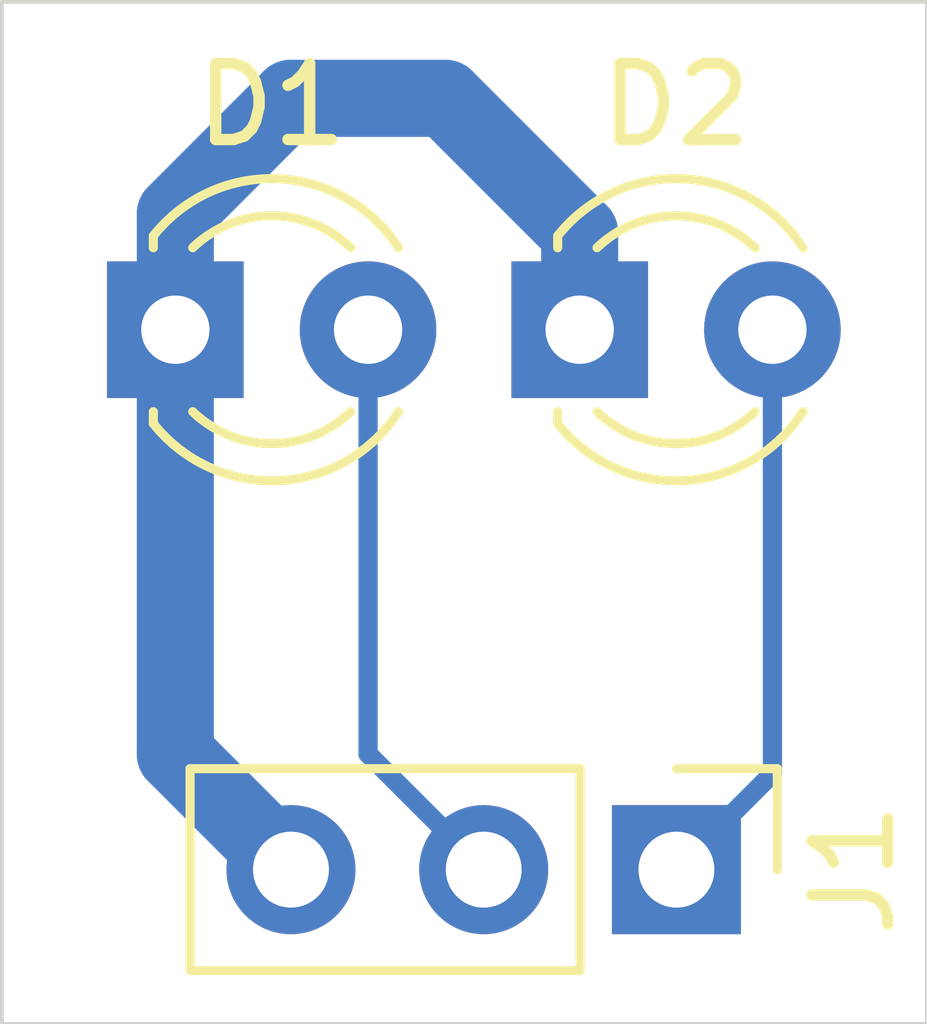
<source format=kicad_pcb>
(kicad_pcb (version 20240108) (generator "pcbnew") (generator_version "8.0")
  (layers (0 "F.Cu" signal) (31 "B.Cu" signal) (34 "B.Paste" user) (35 "F.Paste" user) (36 "B.SilkS" user "B.Silkscreen") (37 "F.SilkS" user "F.Silkscreen") (38 "B.Mask" user) (39 "F.Mask" user) (44 "Edge.Cuts" user))
  (net 0 "")
  (net 1 "Net-(D1-A)")
  (net 2 "GND")
  (net 3 "Net-(D2-A)")
  (footprint "Connector_PinHeader_2.54mm:PinHeader_1x03_P2.54mm_Vertical" (layer "F.Cu") (at 150.114 99.568 -90)
    (property "Reference" "J1" (at 0 -2.33 90) (layer "F.SilkS"))
    (property "Value" "Conn_01x03_Pin" (hide yes))
    (fp_line (start -1.33 6.41) (end 1.33 6.41) (stroke (width 0.12)) (layer "F.SilkS"))
    (fp_line (start -1.33 1.27) (end -1.33 6.41) (stroke (width 0.12)) (layer "F.SilkS"))
    (fp_line (start -1.33 1.27) (end 1.33 1.27) (stroke (width 0.12)) (layer "F.SilkS"))
    (fp_line (start 1.33 1.27) (end 1.33 6.41) (stroke (width 0.12)) (layer "F.SilkS"))
    (fp_line (start -1.33 0) (end -1.33 -1.33) (stroke (width 0.12)) (layer "F.SilkS"))
    (fp_line (start -1.33 -1.33) (end 0 -1.33) (stroke (width 0.12)) (layer "F.SilkS"))
    (pad "1" thru_hole rect (at 0 0 270) (size 1.7 1.7) (drill 1) (layers "*.Cu" "*.Mask") (net 3 "Net-(D2-A)"))
    (pad "2" thru_hole oval (at 0 2.54 270) (size 1.7 1.7) (drill 1) (layers "*.Cu" "*.Mask") (net 1 "Net-(D1-A)"))
    (pad "3" thru_hole oval (at 0 5.08 270) (size 1.7 1.7) (drill 1) (layers "*.Cu" "*.Mask") (net 2 "GND"))
  )
  (footprint "LED_THT:LED_D3.0mm" (layer "F.Cu") (at 148.839 92.456)
    (property "Reference" "D2" (at 1.27 -2.96 0) (layer "F.SilkS"))
    (property "Value" "LED" (hide yes))
    (fp_line (start -0.29 -1.236) (end -0.29 -1.08) (stroke (width 0.12)) (layer "F.SilkS"))
    (fp_line (start -0.29 1.08) (end -0.29 1.236) (stroke (width 0.12)) (layer "F.SilkS"))
    (fp_arc (start -0.29 -1.235516) (mid 1.366487 -1.987659) (end 2.942335 -1.078608) (stroke (width 0.12)) (layer "F.SilkS"))
    (fp_arc (start 0.229039 -1.08) (mid 1.270117 -1.5) (end 2.31113 -1.079837) (stroke (width 0.12)) (layer "F.SilkS"))
    (fp_arc (start 2.31113 1.079837) (mid 1.270117 1.5) (end 0.229039 1.08) (stroke (width 0.12)) (layer "F.SilkS"))
    (fp_arc (start 2.942335 1.078608) (mid 1.366487 1.987659) (end -0.29 1.235516) (stroke (width 0.12)) (layer "F.SilkS"))
    (pad "1" thru_hole rect (at 0 0) (size 1.8 1.8) (drill 0.9) (layers "*.Cu" "*.Mask") (net 2 "GND"))
    (pad "2" thru_hole circle (at 2.54 0) (size 1.8 1.8) (drill 0.9) (layers "*.Cu" "*.Mask") (net 3 "Net-(D2-A)"))
  )
  (footprint "LED_THT:LED_D3.0mm" (layer "F.Cu") (at 143.51 92.456)
    (property "Reference" "D1" (at 1.27 -2.96 360) (layer "F.SilkS"))
    (property "Value" "LED" (hide yes))
    (fp_line (start -0.29 -1.236) (end -0.29 -1.08) (stroke (width 0.12)) (layer "F.SilkS"))
    (fp_line (start -0.29 1.08) (end -0.29 1.236) (stroke (width 0.12)) (layer "F.SilkS"))
    (fp_arc (start -0.29 -1.235516) (mid 1.366487 -1.987659) (end 2.942335 -1.078608) (stroke (width 0.12)) (layer "F.SilkS"))
    (fp_arc (start 0.229039 -1.08) (mid 1.270117 -1.5) (end 2.31113 -1.079837) (stroke (width 0.12)) (layer "F.SilkS"))
    (fp_arc (start 2.31113 1.079837) (mid 1.270117 1.5) (end 0.229039 1.08) (stroke (width 0.12)) (layer "F.SilkS"))
    (fp_arc (start 2.942335 1.078608) (mid 1.366487 1.987659) (end -0.29 1.235516) (stroke (width 0.12)) (layer "F.SilkS"))
    (pad "1" thru_hole rect (at 0 0) (size 1.8 1.8) (drill 0.9) (layers "*.Cu" "*.Mask") (net 2 "GND"))
    (pad "2" thru_hole circle (at 2.54 0) (size 1.8 1.8) (drill 0.9) (layers "*.Cu" "*.Mask") (net 1 "Net-(D1-A)"))
  )
  (gr_rect (start 141.224 88.138) (end 153.416 101.6) (stroke (width 0.05)) (fill none) (layer "Edge.Cuts"))
  (segment (start 146.05 98.044) (end 147.574 99.568) (width 0.254) (layer "B.Cu") (net 1))
  (segment (start 146.05 92.456) (end 146.05 98.044) (width 0.254) (layer "B.Cu") (net 1))
  (segment (start 143.51 92.456) (end 143.51 98.044) (width 1.016) (layer "B.Cu") (net 2))
  (segment (start 143.51 92.456) (end 143.51 90.932) (width 1.016) (layer "B.Cu") (net 2))
  (segment (start 148.839 91.181) (end 148.839 92.456) (width 1.016) (layer "B.Cu") (net 2))
  (segment (start 143.51 90.932) (end 145.034 89.408) (width 1.016) (layer "B.Cu") (net 2))
  (segment (start 147.066 89.408) (end 148.839 91.181) (width 1.016) (layer "B.Cu") (net 2))
  (segment (start 143.51 98.044) (end 145.034 99.568) (width 1.016) (layer "B.Cu") (net 2))
  (segment (start 145.034 89.408) (end 147.066 89.408) (width 1.016) (layer "B.Cu") (net 2))
  (segment (start 151.379 98.303) (end 150.114 99.568) (width 0.254) (layer "B.Cu") (net 3))
  (segment (start 151.379 92.456) (end 151.379 98.303) (width 0.254) (layer "B.Cu") (net 3))
)
</source>
